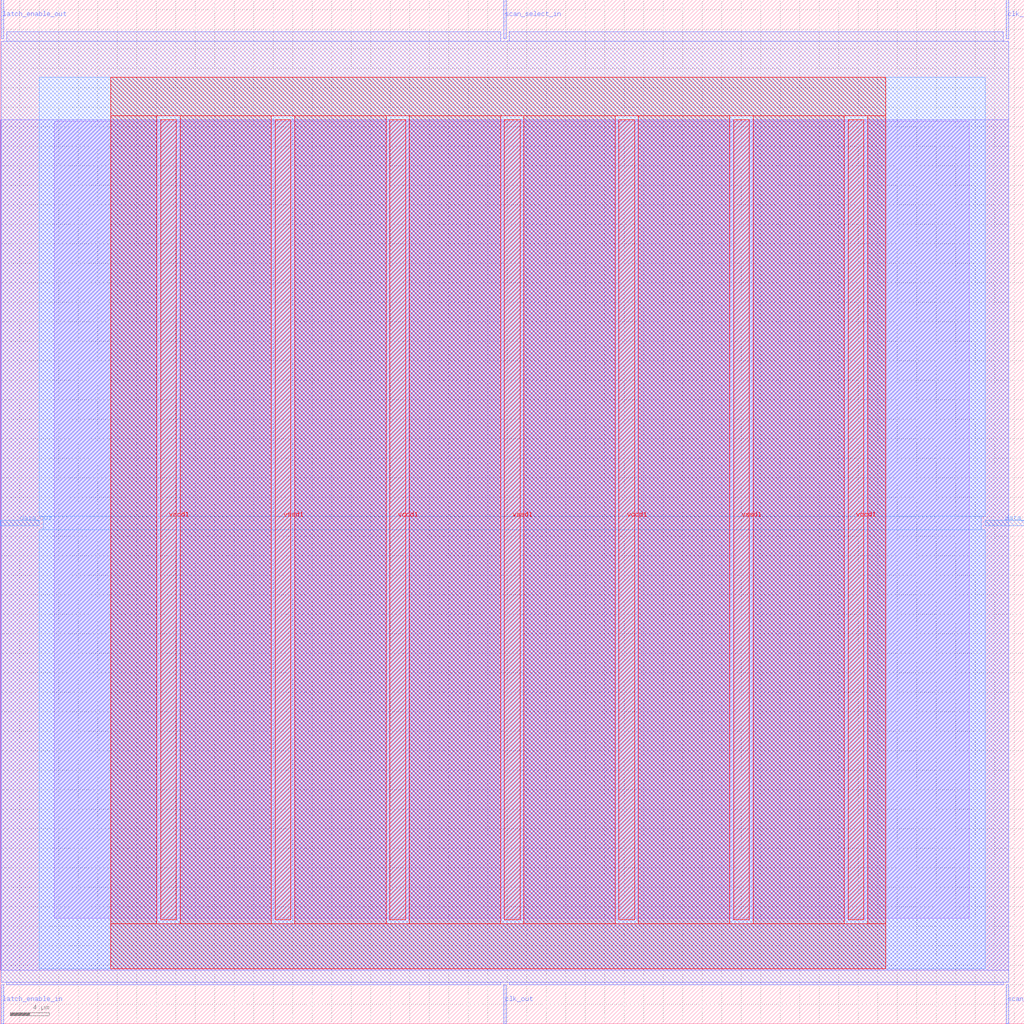
<source format=lef>
VERSION 5.7 ;
  NOWIREEXTENSIONATPIN ON ;
  DIVIDERCHAR "/" ;
  BUSBITCHARS "[]" ;
MACRO scan_wrapper_341476989274686036
  CLASS BLOCK ;
  FOREIGN scan_wrapper_341476989274686036 ;
  ORIGIN 0.000 0.000 ;
  SIZE 105.000 BY 105.000 ;
  PIN clk_in
    DIRECTION INPUT ;
    USE SIGNAL ;
    PORT
      LAYER met2 ;
        RECT 103.130 101.000 103.410 105.000 ;
    END
  END clk_in
  PIN clk_out
    DIRECTION OUTPUT TRISTATE ;
    USE SIGNAL ;
    PORT
      LAYER met2 ;
        RECT 51.610 0.000 51.890 4.000 ;
    END
  END clk_out
  PIN data_in
    DIRECTION INPUT ;
    USE SIGNAL ;
    PORT
      LAYER met3 ;
        RECT 101.000 51.040 105.000 51.640 ;
    END
  END data_in
  PIN data_out
    DIRECTION OUTPUT TRISTATE ;
    USE SIGNAL ;
    PORT
      LAYER met3 ;
        RECT 0.000 51.040 4.000 51.640 ;
    END
  END data_out
  PIN latch_enable_in
    DIRECTION INPUT ;
    USE SIGNAL ;
    PORT
      LAYER met2 ;
        RECT 0.090 0.000 0.370 4.000 ;
    END
  END latch_enable_in
  PIN latch_enable_out
    DIRECTION OUTPUT TRISTATE ;
    USE SIGNAL ;
    PORT
      LAYER met2 ;
        RECT 0.090 101.000 0.370 105.000 ;
    END
  END latch_enable_out
  PIN scan_select_in
    DIRECTION INPUT ;
    USE SIGNAL ;
    PORT
      LAYER met2 ;
        RECT 51.610 101.000 51.890 105.000 ;
    END
  END scan_select_in
  PIN scan_select_out
    DIRECTION OUTPUT TRISTATE ;
    USE SIGNAL ;
    PORT
      LAYER met2 ;
        RECT 103.130 0.000 103.410 4.000 ;
    END
  END scan_select_out
  PIN vccd1
    DIRECTION INOUT ;
    USE POWER ;
    PORT
      LAYER met4 ;
        RECT 16.465 10.640 18.065 92.720 ;
    END
    PORT
      LAYER met4 ;
        RECT 39.955 10.640 41.555 92.720 ;
    END
    PORT
      LAYER met4 ;
        RECT 63.445 10.640 65.045 92.720 ;
    END
    PORT
      LAYER met4 ;
        RECT 86.935 10.640 88.535 92.720 ;
    END
  END vccd1
  PIN vssd1
    DIRECTION INOUT ;
    USE GROUND ;
    PORT
      LAYER met4 ;
        RECT 28.210 10.640 29.810 92.720 ;
    END
    PORT
      LAYER met4 ;
        RECT 51.700 10.640 53.300 92.720 ;
    END
    PORT
      LAYER met4 ;
        RECT 75.190 10.640 76.790 92.720 ;
    END
  END vssd1
  OBS
      LAYER li1 ;
        RECT 5.520 10.795 99.360 92.565 ;
      LAYER met1 ;
        RECT 0.070 5.480 103.430 92.720 ;
      LAYER met2 ;
        RECT 0.650 100.720 51.330 101.730 ;
        RECT 52.170 100.720 102.850 101.730 ;
        RECT 0.100 4.280 103.400 100.720 ;
        RECT 0.650 4.000 51.330 4.280 ;
        RECT 52.170 4.000 102.850 4.280 ;
      LAYER met3 ;
        RECT 4.000 52.040 101.000 97.065 ;
        RECT 4.400 50.640 100.600 52.040 ;
        RECT 4.000 5.615 101.000 50.640 ;
      LAYER met4 ;
        RECT 11.335 93.120 90.785 97.065 ;
        RECT 11.335 10.240 16.065 93.120 ;
        RECT 18.465 10.240 27.810 93.120 ;
        RECT 30.210 10.240 39.555 93.120 ;
        RECT 41.955 10.240 51.300 93.120 ;
        RECT 53.700 10.240 63.045 93.120 ;
        RECT 65.445 10.240 74.790 93.120 ;
        RECT 77.190 10.240 86.535 93.120 ;
        RECT 88.935 10.240 90.785 93.120 ;
        RECT 11.335 5.615 90.785 10.240 ;
  END
END scan_wrapper_341476989274686036
END LIBRARY


</source>
